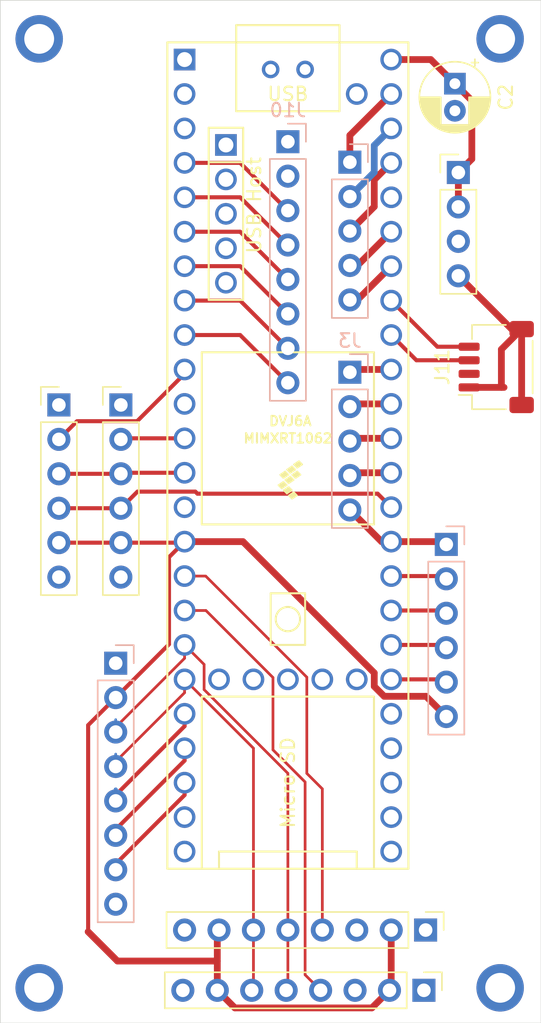
<source format=kicad_pcb>
(kicad_pcb (version 20240108) (generator "pcbnew") (generator_version "8.0")
  (layers (0 "F.Cu" signal) (31 "B.Cu" signal) (34 "B.Paste" user) (35 "F.Paste" user) (36 "B.SilkS" user "B.Silkscreen") (37 "F.SilkS" user "F.Silkscreen") (38 "B.Mask" user) (39 "F.Mask" user) (44 "Edge.Cuts" user))
  (net 0 "")
  (net 1 "Net-(J1-Pin_5)")
  (net 2 "Net-(J1-Pin_4)")
  (net 3 "Net-(J1-Pin_2)")
  (net 4 "Net-(J1-Pin_3)")
  (net 9 "/Encoder A")
  (net 12 "LDAC")
  (net 16 "/PerfCS1")
  (net 18 "/Encoder Switch")
  (net 20 "/Encoder B")
  (net 21 "/MOSI1")
  (net 24 "/Button 3")
  (net 26 "/SCLK1")
  (net 28 "/PerfCS2")
  (net 30 "/Button 4")
  (net 31 "/Button 1")
  (net 33 "/Button 2")
  (net 34 "/RST")
  (net 35 "/DC")
  (net 37 "/CS3")
  (net 39 "/FM_Low")
  (net 41 "SCL")
  (net 42 "+3V3")
  (net 43 "/Trig Low")
  (net 44 "/Gate Low")
  (net 45 "/FM High")
  (net 46 "/Gate High")
  (net 47 "/Trig High")
  (net 48 "MIDI")
  (net 49 "GND")
  (net 50 "+3.3V")
  (net 51 "+5V")
  (net 53 "/PitchCS1")
  (net 54 "/MOSI")
  (net 55 "/LED low")
  (net 56 "/SCLK")
  (net 57 "/PitchCS2")
  (net 59 "/LED high")
  (net 60 "SDA")
  (footprint "MountingHole:MountingHole_2.2mm_M2_ISO7380_Pad" (layer "F.Cu") (at 164.5 60.5)
    (property "Reference" "H1" (hide yes))
    (property "Value" "MountingHole_Pad" (hide yes))
  )
  (footprint "MountingHole:MountingHole_2.2mm_M2_ISO7380_Pad" (layer "F.Cu") (at 164.5 130.5)
    (property "Reference" "H3" (hide yes))
    (property "Value" "MountingHole_Pad" (hide yes))
  )
  (footprint "Connector_PinHeader_2.54mm:PinHeader_1x06_P2.54mm_Vertical" (layer "F.Cu") (at 131.953 87.503)
    (property "Reference" "J6" (hide yes))
    (property "Value" "PitchDAC2")
  )
  (footprint "MountingHole:MountingHole_2.2mm_M2_ISO7380_Pad" (layer "F.Cu") (at 130.5 60.5)
    (property "Reference" "H2" (hide yes))
    (property "Value" "MountingHole_Pad" (hide yes))
  )
  (footprint "Capacitor_THT:CP_Radial_D5.0mm_P2.00mm" (layer "F.Cu") (at 161.163 63.804888 -90)
    (property "Reference" "C2")
    (property "Value" "C_Polarized" (hide yes))
  )
  (footprint "MountingHole:MountingHole_2.2mm_M2_ISO7380_Pad" (layer "F.Cu") (at 130.5 130.5)
    (property "Reference" "H4" (hide yes))
    (property "Value" "MountingHole_Pad" (hide yes))
  )
  (footprint "Teensy:Teensy41-NE" (layer "F.Cu") (at 148.844 91.2368 -90)
    (property "Reference" "U1" (hide yes))
    (property "Value" "Teensy4.1-NE")
  )
  (footprint "Connector_PinHeader_2.54mm:PinHeader_1x06_P2.54mm_Vertical" (layer "F.Cu") (at 136.525 87.503)
    (property "Reference" "J5" (hide yes))
    (property "Value" "PitchDAC1")
  )
  (footprint "Connector_JST:JST_SH_SM04B-SRSS-TB_1x04-1MP_P1.00mm_Horizontal" (layer "F.Cu") (at 164.211 84.709 90)
    (property "Reference" "J11")
    (property "Value" "I2C")
  )
  (footprint "Connector_PinHeader_2.54mm:PinHeader_1x04_P2.54mm_Vertical" (layer "F.Cu") (at 161.417 70.358)
    (property "Reference" "J4" (hide yes))
    (property "Value" "Power" (hide yes))
  )
  (footprint "Connector_PinHeader_2.54mm:PinHeader_1x08_P2.54mm_Vertical" (layer "F.Cu") (at 159.004 126.238 -90)
    (property "Reference" "J8" (hide yes))
    (property "Value" "PerfDAC1")
  )
  (footprint "Connector_PinHeader_2.54mm:PinHeader_1x08_P2.54mm_Vertical" (layer "F.Cu") (at 158.877 130.683 -90)
    (property "Reference" "J9" (hide yes))
    (property "Value" "PerfDAC2")
  )
  (footprint "Connector_PinHeader_2.54mm:PinHeader_1x05_P2.54mm_Vertical" (layer "B.Cu") (at 153.416 85.09 180)
    (property "Reference" "J3")
    (property "Value" "Buttons")
  )
  (footprint "Connector_PinHeader_2.54mm:PinHeader_1x05_P2.54mm_Vertical" (layer "B.Cu") (at 153.416 69.596 180)
    (property "Reference" "J2" (hide yes))
    (property "Value" "Encoder")
  )
  (footprint "Connector_PinHeader_2.54mm:PinHeader_1x06_P2.54mm_Vertical" (layer "B.Cu") (at 160.528 97.79 180)
    (property "Reference" "J1" (hide yes))
    (property "Value" "Pots")
  )
  (footprint "Connector_PinHeader_2.54mm:PinHeader_1x08_P2.54mm_Vertical" (layer "B.Cu") (at 136.144 106.553 180)
    (property "Reference" "J7" (hide yes))
    (property "Value" "Display")
  )
  (footprint "Connector_PinHeader_2.54mm:PinHeader_1x08_P2.54mm_Vertical" (layer "B.Cu") (at 148.844 68.087 180)
    (property "Reference" "J10")
    (property "Value" "G-T-Tune")
  )
  (gr_rect (start 127.635 57.658) (end 167.513 133.096) (stroke (width 0.05)) (fill none) (layer "Edge.Cuts"))
  (segment (start 156.464 107.7468) (end 160.3248 107.7468) (width 0.3) (layer "F.Cu") (net 1))
  (segment (start 160.3248 107.7468) (end 160.528 107.95) (width 0.3) (layer "F.Cu") (net 1))
  (segment (start 160.4772 108.0008) (end 160.528 107.95) (width 0.2) (layer "F.Cu") (net 1))
  (segment (start 156.6672 107.95) (end 156.464 107.7468) (width 0.2) (layer "F.Cu") (net 1))
  (segment (start 160.4772 105.4608) (end 160.528 105.41) (width 0.2) (layer "F.Cu") (net 2))
  (segment (start 156.464 105.2068) (end 160.3248 105.2068) (width 0.3) (layer "F.Cu") (net 2))
  (segment (start 160.274 105.41) (end 160.0708 105.2068) (width 0.2) (layer "F.Cu") (net 2))
  (segment (start 160.528 105.41) (end 160.274 105.41) (width 0.2) (layer "F.Cu") (net 2))
  (segment (start 160.3248 105.2068) (end 160.528 105.41) (width 0.3) (layer "F.Cu") (net 2))
  (segment (start 156.6672 100.33) (end 156.464 100.1268) (width 0.2) (layer "F.Cu") (net 3))
  (segment (start 156.464 100.1268) (end 160.3248 100.1268) (width 0.3) (layer "F.Cu") (net 3))
  (segment (start 160.4772 100.3808) (end 160.528 100.33) (width 0.2) (layer "F.Cu") (net 3))
  (segment (start 160.3248 100.1268) (end 160.528 100.33) (width 0.3) (layer "F.Cu") (net 3))
  (segment (start 160.3248 102.6668) (end 160.528 102.87) (width 0.3) (layer "F.Cu") (net 4))
  (segment (start 156.464 102.6668) (end 160.3248 102.6668) (width 0.3) (layer "F.Cu") (net 4))
  (segment (start 156.6672 102.87) (end 156.464 102.6668) (width 0.2) (layer "F.Cu") (net 4))
  (segment (start 160.4772 102.9208) (end 160.528 102.87) (width 0.2) (layer "F.Cu") (net 4))
  (segment (start 153.9748 77.216) (end 156.464 74.7268) (width 0.5) (layer "F.Cu") (net 9))
  (segment (start 153.416 77.216) (end 153.9748 77.216) (width 0.5) (layer "F.Cu") (net 9))
  (segment (start 151.384 115.824) (end 151.384 126.238) (width 0.2) (layer "F.Cu") (net 16))
  (segment (start 150.241 114.681) (end 151.384 115.824) (width 0.2) (layer "F.Cu") (net 16))
  (segment (start 150.241 107.588165) (end 150.241 114.681) (width 0.2) (layer "F.Cu") (net 16))
  (segment (start 142.779635 100.1268) (end 150.241 107.588165) (width 0.2) (layer "F.Cu") (net 16))
  (segment (start 141.224 100.1268) (end 142.779635 100.1268) (width 0.2) (layer "F.Cu") (net 16))
  (segment (start 153.416 74.676) (end 155.214 72.878) (width 0.5) (layer "F.Cu") (net 18))
  (segment (start 155.214 72.878) (end 155.214 70.8968) (width 0.5) (layer "F.Cu") (net 18))
  (segment (start 155.214 70.8968) (end 156.464 69.6468) (width 0.5) (layer "F.Cu") (net 18))
  (segment (start 153.9748 79.756) (end 156.464 77.2668) (width 0.5) (layer "F.Cu") (net 20))
  (segment (start 153.416 79.756) (end 153.9748 79.756) (width 0.5) (layer "F.Cu") (net 20))
  (segment (start 141.224 106.191165) (end 141.224 105.2068) (width 0.2) (layer "F.Cu") (net 21))
  (segment (start 148.844 130.556) (end 148.717 130.683) (width 0.2) (layer "F.Cu") (net 21))
  (segment (start 142.664 108.501) (end 148.844 114.681) (width 0.2) (layer "F.Cu") (net 21))
  (segment (start 136.144 111.633) (end 136.144 111.271165) (width 0.2) (layer "F.Cu") (net 21))
  (segment (start 141.224 105.2068) (end 142.664 106.6468) (width 0.2) (layer "F.Cu") (net 21))
  (segment (start 136.144 111.271165) (end 141.224 106.191165) (width 0.2) (layer "F.Cu") (net 21))
  (segment (start 148.844 114.681) (end 148.844 126.238) (width 0.2) (layer "F.Cu") (net 21))
  (segment (start 142.664 106.6468) (end 142.664 108.501) (width 0.2) (layer "F.Cu") (net 21))
  (segment (start 148.844 126.238) (end 148.844 130.556) (width 0.2) (layer "F.Cu") (net 21))
  (segment (start 136.144 110.719346) (end 136.144 111.633) (width 0.2) (layer "B.Cu") (net 21))
  (segment (start 141.224 105.2068) (end 141.224 105.639346) (width 0.2) (layer "B.Cu") (net 21))
  (segment (start 156.464 87.4268) (end 153.6192 87.4268) (width 0.5) (layer "F.Cu") (net 24))
  (segment (start 153.6192 87.4268) (end 153.416 87.63) (width 0.5) (layer "F.Cu") (net 24))
  (segment (start 136.144 114.173) (end 136.144 113.811165) (width 0.2) (layer "F.Cu") (net 26))
  (segment (start 136.144 113.811165) (end 141.224 108.731165) (width 0.2) (layer "F.Cu") (net 26))
  (segment (start 146.304 126.238) (end 146.304 130.556) (width 0.2) (layer "F.Cu") (net 26))
  (segment (start 141.224 107.7468) (end 146.304 112.8268) (width 0.2) (layer "F.Cu") (net 26))
  (segment (start 141.224 108.731165) (end 141.224 107.7468) (width 0.2) (layer "F.Cu") (net 26))
  (segment (start 146.304 130.556) (end 146.177 130.683) (width 0.2) (layer "F.Cu") (net 26))
  (segment (start 146.304 112.8268) (end 146.304 126.238) (width 0.2) (layer "F.Cu") (net 26))
  (segment (start 141.224 107.7468) (end 141.224 108.179346) (width 0.2) (layer "B.Cu") (net 26))
  (segment (start 136.144 113.259346) (end 136.144 114.173) (width 0.2) (layer "B.Cu") (net 26))
  (segment (start 142.7988 102.6668) (end 147.744 107.612) (width 0.2) (layer "F.Cu") (net 28))
  (segment (start 147.744 112.946) (end 150.114 115.316) (width 0.2) (layer "F.Cu") (net 28))
  (segment (start 141.224 102.6668) (end 142.7988 102.6668) (width 0.2) (layer "F.Cu") (net 28))
  (segment (start 150.114 115.316) (end 150.114 129.54) (width 0.2) (layer "F.Cu") (net 28))
  (segment (start 150.114 129.54) (end 151.257 130.683) (width 0.2) (layer "F.Cu") (net 28))
  (segment (start 147.744 107.612) (end 147.744 112.946) (width 0.2) (layer "F.Cu") (net 28))
  (segment (start 153.6192 84.8868) (end 153.416 85.09) (width 0.5) (layer "F.Cu") (net 30))
  (segment (start 156.464 84.8868) (end 153.6192 84.8868) (width 0.5) (layer "F.Cu") (net 30))
  (segment (start 156.464 92.5068) (end 153.6192 92.5068) (width 0.5) (layer "F.Cu") (net 31))
  (segment (start 153.6192 92.5068) (end 153.416 92.71) (width 0.5) (layer "F.Cu") (net 31))
  (segment (start 156.464 89.9668) (end 153.6192 89.9668) (width 0.5) (layer "F.Cu") (net 33))
  (segment (start 153.6192 89.9668) (end 153.416 90.17) (width 0.5) (layer "F.Cu") (net 33))
  (segment (start 141.224 113.740454) (end 141.224 112.8268) (width 0.3) (layer "F.Cu") (net 34))
  (segment (start 136.144 118.820454) (end 141.224 113.740454) (width 0.3) (layer "F.Cu") (net 34))
  (segment (start 136.144 119.253) (end 136.144 118.820454) (width 0.3) (layer "F.Cu") (net 34))
  (segment (start 141.224 111.200454) (end 141.224 110.2868) (width 0.3) (layer "F.Cu") (net 35))
  (segment (start 136.144 116.713) (end 136.144 116.280454) (width 0.3) (layer "F.Cu") (net 35))
  (segment (start 136.144 116.280454) (end 141.224 111.200454) (width 0.3) (layer "F.Cu") (net 35))
  (segment (start 141.224 110.2868) (end 141.224 110.790057) (width 0.3) (layer "B.Cu") (net 35))
  (segment (start 136.144 115.870057) (end 136.144 116.713) (width 0.3) (layer "B.Cu") (net 35))
  (segment (start 136.144 121.793) (end 136.144 121.360454) (width 0.3) (layer "F.Cu") (net 37))
  (segment (start 141.224 116.280454) (end 141.224 115.3668) (width 0.3) (layer "F.Cu") (net 37))
  (segment (start 136.144 121.360454) (end 141.224 116.280454) (width 0.3) (layer "F.Cu") (net 37))
  (segment (start 145.3238 69.6468) (end 141.224 69.6468) (width 0.3) (layer "F.Cu") (net 39))
  (segment (start 148.844 73.167) (end 145.3238 69.6468) (width 0.3) (layer "F.Cu") (net 39))
  (segment (start 159.8662 83.209) (end 156.464 79.8068) (width 0.3) (layer "F.Cu") (net 41))
  (segment (start 162.211 83.209) (end 159.8662 83.209) (width 0.3) (layer "F.Cu") (net 41))
  (segment (start 145.3238 74.7268) (end 141.224 74.7268) (width 0.3) (layer "F.Cu") (net 43))
  (segment (start 148.844 78.247) (end 145.3238 74.7268) (width 0.3) (layer "F.Cu") (net 43))
  (segment (start 145.3238 79.8068) (end 141.224 79.8068) (width 0.3) (layer "F.Cu") (net 44))
  (segment (start 148.844 83.327) (end 145.3238 79.8068) (width 0.3) (layer "F.Cu") (net 44))
  (segment (start 145.3238 72.1868) (end 141.224 72.1868) (width 0.3) (layer "F.Cu") (net 45))
  (segment (start 148.844 75.707) (end 145.3238 72.1868) (width 0.3) (layer "F.Cu") (net 45))
  (segment (start 145.3238 82.3468) (end 141.224 82.3468) (width 0.3) (layer "F.Cu") (net 46))
  (segment (start 148.844 85.867) (end 145.3238 82.3468) (width 0.3) (layer "F.Cu") (net 46))
  (segment (start 145.3238 77.2668) (end 141.224 77.2668) (width 0.3) (layer "F.Cu") (net 47))
  (segment (start 148.844 80.787) (end 145.3238 77.2668) (width 0.3) (layer "F.Cu") (net 47))
  (segment (start 166.086 81.909) (end 164.592 83.403) (width 0.5) (layer "F.Cu") (net 49))
  (segment (start 153.416 67.6148) (end 153.416 69.596) (width 0.5) (layer "F.Cu") (net 49))
  (segment (start 160.3248 97.5868) (end 160.528 97.79) (width 0.5) (layer "F.Cu") (net 49))
  (segment (start 160.4772 97.8408) (end 160.528 97.79) (width 0.5) (layer "F.Cu") (net 49))
  (segment (start 164.592 86.209) (end 164.786 86.209) (width 0.5) (layer "F.Cu") (net 49))
  (segment (start 166.086 81.909) (end 166.086 87.509) (width 0.5) (layer "F.Cu") (net 49))
  (segment (start 156.464 97.5868) (end 155.7528 97.5868) (width 0.5) (layer "F.Cu") (net 49))
  (segment (start 161.417 77.978) (end 165.348 81.909) (width 0.5) (layer "F.Cu") (net 49))
  (segment (start 155.7528 97.5868) (end 153.416 95.25) (width 0.5) (layer "F.Cu") (net 49))
  (segment (start 164.592 83.403) (end 164.592 86.209) (width 0.5) (layer "F.Cu") (net 49))
  (segment (start 156.464 97.5868) (end 160.3248 97.5868) (width 0.5) (layer "F.Cu") (net 49))
  (segment (start 162.211 86.209) (end 164.592 86.209) (width 0.5) (layer "F.Cu") (net 49))
  (segment (start 165.348 81.909) (end 166.086 81.909) (width 0.5) (layer "F.Cu") (net 49))
  (segment (start 156.464 64.5668) (end 153.416 67.6148) (width 0.5) (layer "F.Cu") (net 49))
  (segment (start 140.074 98.7368) (end 141.224 97.5868) (width 0.3) (layer "F.Cu") (net 50))
  (segment (start 155.946233 108.9968) (end 155.214 108.264567) (width 0.5) (layer "F.Cu") (net 50))
  (segment (start 136.525 97.663) (end 141.1478 97.663) (width 0.3) (layer "F.Cu") (net 50))
  (segment (start 155.214 107.269033) (end 145.531767 97.5868) (width 0.5) (layer "F.Cu") (net 50))
  (segment (start 156.464 130.556) (end 156.337 130.683) (width 0.5) (layer "F.Cu") (net 50))
  (segment (start 155.037 131.983) (end 144.937 131.983) (width 0.5) (layer "F.Cu") (net 50))
  (segment (start 155.214 108.264567) (end 155.214 107.269033) (width 0.5) (layer "F.Cu") (net 50))
  (segment (start 131.953 97.663) (end 136.525 97.663) (width 0.3) (layer "F.Cu") (net 50))
  (segment (start 136.271 128.524) (end 134.112 126.365) (width 0.5) (layer "F.Cu") (net 50))
  (segment (start 159.0348 108.9968) (end 155.946233 108.9968) (width 0.5) (layer "F.Cu") (net 50))
  (segment (start 134.112 126.365) (end 134.112 126.492) (width 0.3) (layer "F.Cu") (net 50))
  (segment (start 136.144 109.093) (end 140.074 105.163) (width 0.3) (layer "F.Cu") (net 50))
  (segment (start 134.112 111.125) (end 134.112 126.365) (width 0.3) (layer "F.Cu") (net 50))
  (segment (start 156.464 126.238) (end 156.464 130.556) (width 0.5) (layer "F.Cu") (net 50))
  (segment (start 143.637 128.524) (end 143.637 126.365) (width 0.5) (layer "F.Cu") (net 50))
  (segment (start 143.637 128.524) (end 136.271 128.524) (width 0.5) (layer "F.Cu") (net 50))
  (segment (start 156.337 130.683) (end 155.037 131.983) (width 0.5) (layer "F.Cu") (net 50))
  (segment (start 141.1478 97.663) (end 141.224 97.5868) (width 0.3) (layer "F.Cu") (net 50))
  (segment (start 160.528 110.49) (end 159.0348 108.9968) (width 0.5) (layer "F.Cu") (net 50))
  (segment (start 145.531767 97.5868) (end 141.224 97.5868) (width 0.5) (layer "F.Cu") (net 50))
  (segment (start 136.144 109.093) (end 134.112 111.125) (width 0.3) (layer "F.Cu") (net 50))
  (segment (start 140.074 105.163) (end 140.074 98.7368) (width 0.3) (layer "F.Cu") (net 50))
  (segment (start 143.637 126.365) (end 143.764 126.238) (width 0.5) (layer "F.Cu") (net 50))
  (segment (start 144.937 131.983) (end 143.637 130.683) (width 0.5) (layer "F.Cu") (net 50))
  (segment (start 143.637 130.683) (end 143.637 128.524) (width 0.5) (layer "F.Cu") (net 50))
  (segment (start 155.214 70.338) (end 155.214 68.3568) (width 0.5) (layer "B.Cu") (net 50))
  (segment (start 153.416 72.136) (end 155.214 70.338) (width 0.5) (layer "B.Cu") (net 50))
  (segment (start 155.214 68.3568) (end 156.464 67.1068) (width 0.5) (layer "B.Cu") (net 50))
  (segment (start 156.464 62.0268) (end 159.384912 62.0268) (width 0.5) (layer "F.Cu") (net 51))
  (segment (start 161.417 72.898) (end 161.417 70.358) (width 0.5) (layer "F.Cu") (net 51))
  (segment (start 161.417 70.358) (end 162.413 69.362) (width 0.5) (layer "F.Cu") (net 51))
  (segment (start 162.413 65.054888) (end 161.163 63.804888) (width 0.5) (layer "F.Cu") (net 51))
  (segment (start 162.413 69.362) (end 162.413 65.054888) (width 0.5) (layer "F.Cu") (net 51))
  (segment (start 159.384912 62.0268) (end 161.163 63.804888) (width 0.5) (layer "F.Cu") (net 51))
  (segment (start 136.8552 89.9668) (end 141.224 89.9668) (width 0.3) (layer "F.Cu") (net 53))
  (segment (start 136.779 90.043) (end 136.8552 89.9668) (width 0.3) (layer "F.Cu") (net 53))
  (segment (start 136.525 90.043) (end 136.779 90.043) (width 0.3) (layer "F.Cu") (net 53))
  (segment (start 141.224 92.5068) (end 136.6012 92.5068) (width 0.3) (layer "F.Cu") (net 54))
  (segment (start 136.525 92.583) (end 131.953 92.583) (width 0.3) (layer "F.Cu") (net 54))
  (segment (start 136.6012 92.5068) (end 136.525 92.583) (width 0.3) (layer "F.Cu") (net 54))
  (segment (start 156.464 95.0468) (end 155.4672 94.05) (width 0.3) (layer "F.Cu") (net 56))
  (segment (start 155.4672 94.05) (end 142.17 94.05) (width 0.3) (layer "F.Cu") (net 56))
  (segment (start 136.525 95.123) (end 131.953 95.123) (width 0.3) (layer "F.Cu") (net 56))
  (segment (start 137.7512 93.8968) (end 136.525 95.123) (width 0.3) (layer "F.Cu") (net 56))
  (segment (start 142.17 94.05) (end 142.0168 93.8968) (width 0.3) (layer "F.Cu") (net 56))
  (segment (start 142.0168 93.8968) (end 137.7512 93.8968) (width 0.3) (layer "F.Cu") (net 56))
  (segment (start 133.293 88.703) (end 131.953 90.043) (width 0.3) (layer "F.Cu") (net 57))
  (segment (start 137.725 88.703) (end 133.293 88.703) (width 0.3) (layer "F.Cu") (net 57))
  (segment (start 141.224 85.204) (end 137.725 88.703) (width 0.3) (layer "F.Cu") (net 57))
  (segment (start 141.224 84.8868) (end 141.224 85.204) (width 0.3) (layer "F.Cu") (net 57))
  (segment (start 158.3262 84.209) (end 156.464 82.3468) (width 0.3) (layer "F.Cu") (net 60))
  (segment (start 162.211 84.209) (end 158.3262 84.209) (width 0.3) (layer "F.Cu") (net 60))
)
</source>
